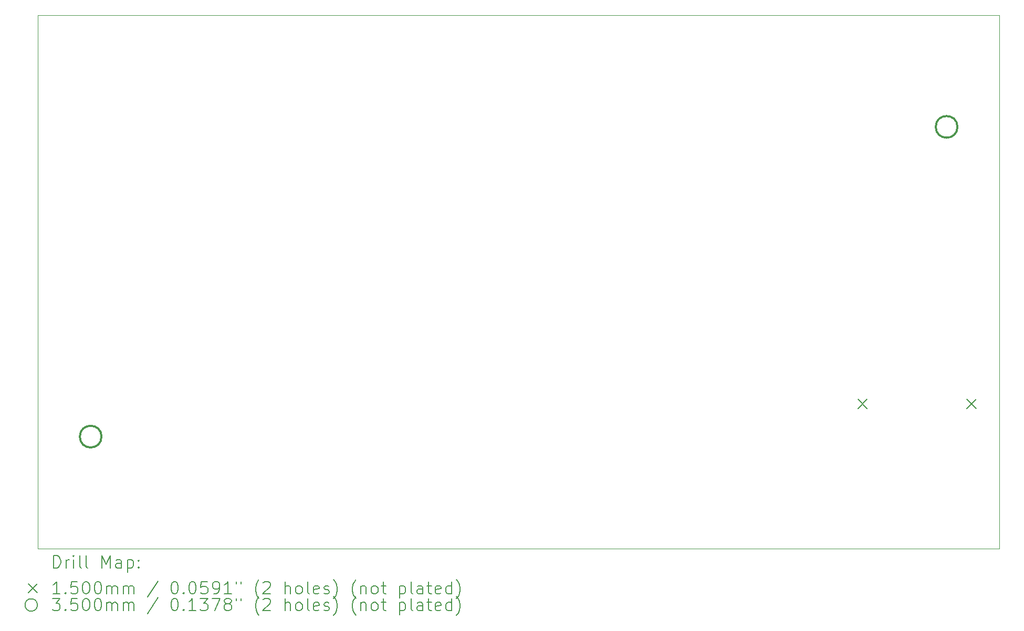
<source format=gbr>
%TF.GenerationSoftware,KiCad,Pcbnew,8.0.8*%
%TF.CreationDate,2025-02-08T12:51:19+01:00*%
%TF.ProjectId,Overlord,4f766572-6c6f-4726-942e-6b696361645f,rev?*%
%TF.SameCoordinates,Original*%
%TF.FileFunction,Drillmap*%
%TF.FilePolarity,Positive*%
%FSLAX45Y45*%
G04 Gerber Fmt 4.5, Leading zero omitted, Abs format (unit mm)*
G04 Created by KiCad (PCBNEW 8.0.8) date 2025-02-08 12:51:19*
%MOMM*%
%LPD*%
G01*
G04 APERTURE LIST*
%ADD10C,0.050000*%
%ADD11C,0.200000*%
%ADD12C,0.150000*%
%ADD13C,0.350000*%
G04 APERTURE END LIST*
D10*
X2540000Y-11150000D02*
X2540000Y-2540000D01*
X2540000Y-2540000D02*
X18050000Y-2540000D01*
X18050000Y-2540000D02*
X18050000Y-11150000D01*
X18050000Y-11150000D02*
X2540000Y-11150000D01*
D11*
D12*
X15765000Y-8743000D02*
X15915000Y-8893000D01*
X15915000Y-8743000D02*
X15765000Y-8893000D01*
X17522000Y-8743000D02*
X17672000Y-8893000D01*
X17672000Y-8743000D02*
X17522000Y-8893000D01*
D13*
X3571000Y-9345000D02*
G75*
G02*
X3221000Y-9345000I-175000J0D01*
G01*
X3221000Y-9345000D02*
G75*
G02*
X3571000Y-9345000I175000J0D01*
G01*
X17371000Y-4345000D02*
G75*
G02*
X17021000Y-4345000I-175000J0D01*
G01*
X17021000Y-4345000D02*
G75*
G02*
X17371000Y-4345000I175000J0D01*
G01*
D11*
X2798277Y-11463984D02*
X2798277Y-11263984D01*
X2798277Y-11263984D02*
X2845896Y-11263984D01*
X2845896Y-11263984D02*
X2874467Y-11273508D01*
X2874467Y-11273508D02*
X2893515Y-11292555D01*
X2893515Y-11292555D02*
X2903039Y-11311603D01*
X2903039Y-11311603D02*
X2912562Y-11349698D01*
X2912562Y-11349698D02*
X2912562Y-11378269D01*
X2912562Y-11378269D02*
X2903039Y-11416365D01*
X2903039Y-11416365D02*
X2893515Y-11435412D01*
X2893515Y-11435412D02*
X2874467Y-11454460D01*
X2874467Y-11454460D02*
X2845896Y-11463984D01*
X2845896Y-11463984D02*
X2798277Y-11463984D01*
X2998277Y-11463984D02*
X2998277Y-11330650D01*
X2998277Y-11368746D02*
X3007801Y-11349698D01*
X3007801Y-11349698D02*
X3017324Y-11340174D01*
X3017324Y-11340174D02*
X3036372Y-11330650D01*
X3036372Y-11330650D02*
X3055420Y-11330650D01*
X3122086Y-11463984D02*
X3122086Y-11330650D01*
X3122086Y-11263984D02*
X3112562Y-11273508D01*
X3112562Y-11273508D02*
X3122086Y-11283031D01*
X3122086Y-11283031D02*
X3131610Y-11273508D01*
X3131610Y-11273508D02*
X3122086Y-11263984D01*
X3122086Y-11263984D02*
X3122086Y-11283031D01*
X3245896Y-11463984D02*
X3226848Y-11454460D01*
X3226848Y-11454460D02*
X3217324Y-11435412D01*
X3217324Y-11435412D02*
X3217324Y-11263984D01*
X3350658Y-11463984D02*
X3331610Y-11454460D01*
X3331610Y-11454460D02*
X3322086Y-11435412D01*
X3322086Y-11435412D02*
X3322086Y-11263984D01*
X3579229Y-11463984D02*
X3579229Y-11263984D01*
X3579229Y-11263984D02*
X3645896Y-11406841D01*
X3645896Y-11406841D02*
X3712562Y-11263984D01*
X3712562Y-11263984D02*
X3712562Y-11463984D01*
X3893515Y-11463984D02*
X3893515Y-11359222D01*
X3893515Y-11359222D02*
X3883991Y-11340174D01*
X3883991Y-11340174D02*
X3864943Y-11330650D01*
X3864943Y-11330650D02*
X3826848Y-11330650D01*
X3826848Y-11330650D02*
X3807801Y-11340174D01*
X3893515Y-11454460D02*
X3874467Y-11463984D01*
X3874467Y-11463984D02*
X3826848Y-11463984D01*
X3826848Y-11463984D02*
X3807801Y-11454460D01*
X3807801Y-11454460D02*
X3798277Y-11435412D01*
X3798277Y-11435412D02*
X3798277Y-11416365D01*
X3798277Y-11416365D02*
X3807801Y-11397317D01*
X3807801Y-11397317D02*
X3826848Y-11387793D01*
X3826848Y-11387793D02*
X3874467Y-11387793D01*
X3874467Y-11387793D02*
X3893515Y-11378269D01*
X3988753Y-11330650D02*
X3988753Y-11530650D01*
X3988753Y-11340174D02*
X4007801Y-11330650D01*
X4007801Y-11330650D02*
X4045896Y-11330650D01*
X4045896Y-11330650D02*
X4064943Y-11340174D01*
X4064943Y-11340174D02*
X4074467Y-11349698D01*
X4074467Y-11349698D02*
X4083991Y-11368746D01*
X4083991Y-11368746D02*
X4083991Y-11425888D01*
X4083991Y-11425888D02*
X4074467Y-11444936D01*
X4074467Y-11444936D02*
X4064943Y-11454460D01*
X4064943Y-11454460D02*
X4045896Y-11463984D01*
X4045896Y-11463984D02*
X4007801Y-11463984D01*
X4007801Y-11463984D02*
X3988753Y-11454460D01*
X4169705Y-11444936D02*
X4179229Y-11454460D01*
X4179229Y-11454460D02*
X4169705Y-11463984D01*
X4169705Y-11463984D02*
X4160182Y-11454460D01*
X4160182Y-11454460D02*
X4169705Y-11444936D01*
X4169705Y-11444936D02*
X4169705Y-11463984D01*
X4169705Y-11340174D02*
X4179229Y-11349698D01*
X4179229Y-11349698D02*
X4169705Y-11359222D01*
X4169705Y-11359222D02*
X4160182Y-11349698D01*
X4160182Y-11349698D02*
X4169705Y-11340174D01*
X4169705Y-11340174D02*
X4169705Y-11359222D01*
D12*
X2387500Y-11717500D02*
X2537500Y-11867500D01*
X2537500Y-11717500D02*
X2387500Y-11867500D01*
D11*
X2903039Y-11883984D02*
X2788753Y-11883984D01*
X2845896Y-11883984D02*
X2845896Y-11683984D01*
X2845896Y-11683984D02*
X2826848Y-11712555D01*
X2826848Y-11712555D02*
X2807801Y-11731603D01*
X2807801Y-11731603D02*
X2788753Y-11741127D01*
X2988753Y-11864936D02*
X2998277Y-11874460D01*
X2998277Y-11874460D02*
X2988753Y-11883984D01*
X2988753Y-11883984D02*
X2979229Y-11874460D01*
X2979229Y-11874460D02*
X2988753Y-11864936D01*
X2988753Y-11864936D02*
X2988753Y-11883984D01*
X3179229Y-11683984D02*
X3083991Y-11683984D01*
X3083991Y-11683984D02*
X3074467Y-11779222D01*
X3074467Y-11779222D02*
X3083991Y-11769698D01*
X3083991Y-11769698D02*
X3103039Y-11760174D01*
X3103039Y-11760174D02*
X3150658Y-11760174D01*
X3150658Y-11760174D02*
X3169705Y-11769698D01*
X3169705Y-11769698D02*
X3179229Y-11779222D01*
X3179229Y-11779222D02*
X3188753Y-11798269D01*
X3188753Y-11798269D02*
X3188753Y-11845888D01*
X3188753Y-11845888D02*
X3179229Y-11864936D01*
X3179229Y-11864936D02*
X3169705Y-11874460D01*
X3169705Y-11874460D02*
X3150658Y-11883984D01*
X3150658Y-11883984D02*
X3103039Y-11883984D01*
X3103039Y-11883984D02*
X3083991Y-11874460D01*
X3083991Y-11874460D02*
X3074467Y-11864936D01*
X3312562Y-11683984D02*
X3331610Y-11683984D01*
X3331610Y-11683984D02*
X3350658Y-11693508D01*
X3350658Y-11693508D02*
X3360182Y-11703031D01*
X3360182Y-11703031D02*
X3369705Y-11722079D01*
X3369705Y-11722079D02*
X3379229Y-11760174D01*
X3379229Y-11760174D02*
X3379229Y-11807793D01*
X3379229Y-11807793D02*
X3369705Y-11845888D01*
X3369705Y-11845888D02*
X3360182Y-11864936D01*
X3360182Y-11864936D02*
X3350658Y-11874460D01*
X3350658Y-11874460D02*
X3331610Y-11883984D01*
X3331610Y-11883984D02*
X3312562Y-11883984D01*
X3312562Y-11883984D02*
X3293515Y-11874460D01*
X3293515Y-11874460D02*
X3283991Y-11864936D01*
X3283991Y-11864936D02*
X3274467Y-11845888D01*
X3274467Y-11845888D02*
X3264943Y-11807793D01*
X3264943Y-11807793D02*
X3264943Y-11760174D01*
X3264943Y-11760174D02*
X3274467Y-11722079D01*
X3274467Y-11722079D02*
X3283991Y-11703031D01*
X3283991Y-11703031D02*
X3293515Y-11693508D01*
X3293515Y-11693508D02*
X3312562Y-11683984D01*
X3503039Y-11683984D02*
X3522086Y-11683984D01*
X3522086Y-11683984D02*
X3541134Y-11693508D01*
X3541134Y-11693508D02*
X3550658Y-11703031D01*
X3550658Y-11703031D02*
X3560182Y-11722079D01*
X3560182Y-11722079D02*
X3569705Y-11760174D01*
X3569705Y-11760174D02*
X3569705Y-11807793D01*
X3569705Y-11807793D02*
X3560182Y-11845888D01*
X3560182Y-11845888D02*
X3550658Y-11864936D01*
X3550658Y-11864936D02*
X3541134Y-11874460D01*
X3541134Y-11874460D02*
X3522086Y-11883984D01*
X3522086Y-11883984D02*
X3503039Y-11883984D01*
X3503039Y-11883984D02*
X3483991Y-11874460D01*
X3483991Y-11874460D02*
X3474467Y-11864936D01*
X3474467Y-11864936D02*
X3464943Y-11845888D01*
X3464943Y-11845888D02*
X3455420Y-11807793D01*
X3455420Y-11807793D02*
X3455420Y-11760174D01*
X3455420Y-11760174D02*
X3464943Y-11722079D01*
X3464943Y-11722079D02*
X3474467Y-11703031D01*
X3474467Y-11703031D02*
X3483991Y-11693508D01*
X3483991Y-11693508D02*
X3503039Y-11683984D01*
X3655420Y-11883984D02*
X3655420Y-11750650D01*
X3655420Y-11769698D02*
X3664943Y-11760174D01*
X3664943Y-11760174D02*
X3683991Y-11750650D01*
X3683991Y-11750650D02*
X3712563Y-11750650D01*
X3712563Y-11750650D02*
X3731610Y-11760174D01*
X3731610Y-11760174D02*
X3741134Y-11779222D01*
X3741134Y-11779222D02*
X3741134Y-11883984D01*
X3741134Y-11779222D02*
X3750658Y-11760174D01*
X3750658Y-11760174D02*
X3769705Y-11750650D01*
X3769705Y-11750650D02*
X3798277Y-11750650D01*
X3798277Y-11750650D02*
X3817324Y-11760174D01*
X3817324Y-11760174D02*
X3826848Y-11779222D01*
X3826848Y-11779222D02*
X3826848Y-11883984D01*
X3922086Y-11883984D02*
X3922086Y-11750650D01*
X3922086Y-11769698D02*
X3931610Y-11760174D01*
X3931610Y-11760174D02*
X3950658Y-11750650D01*
X3950658Y-11750650D02*
X3979229Y-11750650D01*
X3979229Y-11750650D02*
X3998277Y-11760174D01*
X3998277Y-11760174D02*
X4007801Y-11779222D01*
X4007801Y-11779222D02*
X4007801Y-11883984D01*
X4007801Y-11779222D02*
X4017324Y-11760174D01*
X4017324Y-11760174D02*
X4036372Y-11750650D01*
X4036372Y-11750650D02*
X4064943Y-11750650D01*
X4064943Y-11750650D02*
X4083991Y-11760174D01*
X4083991Y-11760174D02*
X4093515Y-11779222D01*
X4093515Y-11779222D02*
X4093515Y-11883984D01*
X4483991Y-11674460D02*
X4312563Y-11931603D01*
X4741134Y-11683984D02*
X4760182Y-11683984D01*
X4760182Y-11683984D02*
X4779229Y-11693508D01*
X4779229Y-11693508D02*
X4788753Y-11703031D01*
X4788753Y-11703031D02*
X4798277Y-11722079D01*
X4798277Y-11722079D02*
X4807801Y-11760174D01*
X4807801Y-11760174D02*
X4807801Y-11807793D01*
X4807801Y-11807793D02*
X4798277Y-11845888D01*
X4798277Y-11845888D02*
X4788753Y-11864936D01*
X4788753Y-11864936D02*
X4779229Y-11874460D01*
X4779229Y-11874460D02*
X4760182Y-11883984D01*
X4760182Y-11883984D02*
X4741134Y-11883984D01*
X4741134Y-11883984D02*
X4722087Y-11874460D01*
X4722087Y-11874460D02*
X4712563Y-11864936D01*
X4712563Y-11864936D02*
X4703039Y-11845888D01*
X4703039Y-11845888D02*
X4693515Y-11807793D01*
X4693515Y-11807793D02*
X4693515Y-11760174D01*
X4693515Y-11760174D02*
X4703039Y-11722079D01*
X4703039Y-11722079D02*
X4712563Y-11703031D01*
X4712563Y-11703031D02*
X4722087Y-11693508D01*
X4722087Y-11693508D02*
X4741134Y-11683984D01*
X4893515Y-11864936D02*
X4903039Y-11874460D01*
X4903039Y-11874460D02*
X4893515Y-11883984D01*
X4893515Y-11883984D02*
X4883991Y-11874460D01*
X4883991Y-11874460D02*
X4893515Y-11864936D01*
X4893515Y-11864936D02*
X4893515Y-11883984D01*
X5026848Y-11683984D02*
X5045896Y-11683984D01*
X5045896Y-11683984D02*
X5064944Y-11693508D01*
X5064944Y-11693508D02*
X5074468Y-11703031D01*
X5074468Y-11703031D02*
X5083991Y-11722079D01*
X5083991Y-11722079D02*
X5093515Y-11760174D01*
X5093515Y-11760174D02*
X5093515Y-11807793D01*
X5093515Y-11807793D02*
X5083991Y-11845888D01*
X5083991Y-11845888D02*
X5074468Y-11864936D01*
X5074468Y-11864936D02*
X5064944Y-11874460D01*
X5064944Y-11874460D02*
X5045896Y-11883984D01*
X5045896Y-11883984D02*
X5026848Y-11883984D01*
X5026848Y-11883984D02*
X5007801Y-11874460D01*
X5007801Y-11874460D02*
X4998277Y-11864936D01*
X4998277Y-11864936D02*
X4988753Y-11845888D01*
X4988753Y-11845888D02*
X4979229Y-11807793D01*
X4979229Y-11807793D02*
X4979229Y-11760174D01*
X4979229Y-11760174D02*
X4988753Y-11722079D01*
X4988753Y-11722079D02*
X4998277Y-11703031D01*
X4998277Y-11703031D02*
X5007801Y-11693508D01*
X5007801Y-11693508D02*
X5026848Y-11683984D01*
X5274468Y-11683984D02*
X5179229Y-11683984D01*
X5179229Y-11683984D02*
X5169706Y-11779222D01*
X5169706Y-11779222D02*
X5179229Y-11769698D01*
X5179229Y-11769698D02*
X5198277Y-11760174D01*
X5198277Y-11760174D02*
X5245896Y-11760174D01*
X5245896Y-11760174D02*
X5264944Y-11769698D01*
X5264944Y-11769698D02*
X5274468Y-11779222D01*
X5274468Y-11779222D02*
X5283991Y-11798269D01*
X5283991Y-11798269D02*
X5283991Y-11845888D01*
X5283991Y-11845888D02*
X5274468Y-11864936D01*
X5274468Y-11864936D02*
X5264944Y-11874460D01*
X5264944Y-11874460D02*
X5245896Y-11883984D01*
X5245896Y-11883984D02*
X5198277Y-11883984D01*
X5198277Y-11883984D02*
X5179229Y-11874460D01*
X5179229Y-11874460D02*
X5169706Y-11864936D01*
X5379229Y-11883984D02*
X5417325Y-11883984D01*
X5417325Y-11883984D02*
X5436372Y-11874460D01*
X5436372Y-11874460D02*
X5445896Y-11864936D01*
X5445896Y-11864936D02*
X5464944Y-11836365D01*
X5464944Y-11836365D02*
X5474468Y-11798269D01*
X5474468Y-11798269D02*
X5474468Y-11722079D01*
X5474468Y-11722079D02*
X5464944Y-11703031D01*
X5464944Y-11703031D02*
X5455420Y-11693508D01*
X5455420Y-11693508D02*
X5436372Y-11683984D01*
X5436372Y-11683984D02*
X5398277Y-11683984D01*
X5398277Y-11683984D02*
X5379229Y-11693508D01*
X5379229Y-11693508D02*
X5369706Y-11703031D01*
X5369706Y-11703031D02*
X5360182Y-11722079D01*
X5360182Y-11722079D02*
X5360182Y-11769698D01*
X5360182Y-11769698D02*
X5369706Y-11788746D01*
X5369706Y-11788746D02*
X5379229Y-11798269D01*
X5379229Y-11798269D02*
X5398277Y-11807793D01*
X5398277Y-11807793D02*
X5436372Y-11807793D01*
X5436372Y-11807793D02*
X5455420Y-11798269D01*
X5455420Y-11798269D02*
X5464944Y-11788746D01*
X5464944Y-11788746D02*
X5474468Y-11769698D01*
X5664944Y-11883984D02*
X5550658Y-11883984D01*
X5607801Y-11883984D02*
X5607801Y-11683984D01*
X5607801Y-11683984D02*
X5588753Y-11712555D01*
X5588753Y-11712555D02*
X5569706Y-11731603D01*
X5569706Y-11731603D02*
X5550658Y-11741127D01*
X5741134Y-11683984D02*
X5741134Y-11722079D01*
X5817325Y-11683984D02*
X5817325Y-11722079D01*
X6112563Y-11960174D02*
X6103039Y-11950650D01*
X6103039Y-11950650D02*
X6083991Y-11922079D01*
X6083991Y-11922079D02*
X6074468Y-11903031D01*
X6074468Y-11903031D02*
X6064944Y-11874460D01*
X6064944Y-11874460D02*
X6055420Y-11826841D01*
X6055420Y-11826841D02*
X6055420Y-11788746D01*
X6055420Y-11788746D02*
X6064944Y-11741127D01*
X6064944Y-11741127D02*
X6074468Y-11712555D01*
X6074468Y-11712555D02*
X6083991Y-11693508D01*
X6083991Y-11693508D02*
X6103039Y-11664936D01*
X6103039Y-11664936D02*
X6112563Y-11655412D01*
X6179229Y-11703031D02*
X6188753Y-11693508D01*
X6188753Y-11693508D02*
X6207801Y-11683984D01*
X6207801Y-11683984D02*
X6255420Y-11683984D01*
X6255420Y-11683984D02*
X6274468Y-11693508D01*
X6274468Y-11693508D02*
X6283991Y-11703031D01*
X6283991Y-11703031D02*
X6293515Y-11722079D01*
X6293515Y-11722079D02*
X6293515Y-11741127D01*
X6293515Y-11741127D02*
X6283991Y-11769698D01*
X6283991Y-11769698D02*
X6169706Y-11883984D01*
X6169706Y-11883984D02*
X6293515Y-11883984D01*
X6531610Y-11883984D02*
X6531610Y-11683984D01*
X6617325Y-11883984D02*
X6617325Y-11779222D01*
X6617325Y-11779222D02*
X6607801Y-11760174D01*
X6607801Y-11760174D02*
X6588753Y-11750650D01*
X6588753Y-11750650D02*
X6560182Y-11750650D01*
X6560182Y-11750650D02*
X6541134Y-11760174D01*
X6541134Y-11760174D02*
X6531610Y-11769698D01*
X6741134Y-11883984D02*
X6722087Y-11874460D01*
X6722087Y-11874460D02*
X6712563Y-11864936D01*
X6712563Y-11864936D02*
X6703039Y-11845888D01*
X6703039Y-11845888D02*
X6703039Y-11788746D01*
X6703039Y-11788746D02*
X6712563Y-11769698D01*
X6712563Y-11769698D02*
X6722087Y-11760174D01*
X6722087Y-11760174D02*
X6741134Y-11750650D01*
X6741134Y-11750650D02*
X6769706Y-11750650D01*
X6769706Y-11750650D02*
X6788753Y-11760174D01*
X6788753Y-11760174D02*
X6798277Y-11769698D01*
X6798277Y-11769698D02*
X6807801Y-11788746D01*
X6807801Y-11788746D02*
X6807801Y-11845888D01*
X6807801Y-11845888D02*
X6798277Y-11864936D01*
X6798277Y-11864936D02*
X6788753Y-11874460D01*
X6788753Y-11874460D02*
X6769706Y-11883984D01*
X6769706Y-11883984D02*
X6741134Y-11883984D01*
X6922087Y-11883984D02*
X6903039Y-11874460D01*
X6903039Y-11874460D02*
X6893515Y-11855412D01*
X6893515Y-11855412D02*
X6893515Y-11683984D01*
X7074468Y-11874460D02*
X7055420Y-11883984D01*
X7055420Y-11883984D02*
X7017325Y-11883984D01*
X7017325Y-11883984D02*
X6998277Y-11874460D01*
X6998277Y-11874460D02*
X6988753Y-11855412D01*
X6988753Y-11855412D02*
X6988753Y-11779222D01*
X6988753Y-11779222D02*
X6998277Y-11760174D01*
X6998277Y-11760174D02*
X7017325Y-11750650D01*
X7017325Y-11750650D02*
X7055420Y-11750650D01*
X7055420Y-11750650D02*
X7074468Y-11760174D01*
X7074468Y-11760174D02*
X7083991Y-11779222D01*
X7083991Y-11779222D02*
X7083991Y-11798269D01*
X7083991Y-11798269D02*
X6988753Y-11817317D01*
X7160182Y-11874460D02*
X7179230Y-11883984D01*
X7179230Y-11883984D02*
X7217325Y-11883984D01*
X7217325Y-11883984D02*
X7236372Y-11874460D01*
X7236372Y-11874460D02*
X7245896Y-11855412D01*
X7245896Y-11855412D02*
X7245896Y-11845888D01*
X7245896Y-11845888D02*
X7236372Y-11826841D01*
X7236372Y-11826841D02*
X7217325Y-11817317D01*
X7217325Y-11817317D02*
X7188753Y-11817317D01*
X7188753Y-11817317D02*
X7169706Y-11807793D01*
X7169706Y-11807793D02*
X7160182Y-11788746D01*
X7160182Y-11788746D02*
X7160182Y-11779222D01*
X7160182Y-11779222D02*
X7169706Y-11760174D01*
X7169706Y-11760174D02*
X7188753Y-11750650D01*
X7188753Y-11750650D02*
X7217325Y-11750650D01*
X7217325Y-11750650D02*
X7236372Y-11760174D01*
X7312563Y-11960174D02*
X7322087Y-11950650D01*
X7322087Y-11950650D02*
X7341134Y-11922079D01*
X7341134Y-11922079D02*
X7350658Y-11903031D01*
X7350658Y-11903031D02*
X7360182Y-11874460D01*
X7360182Y-11874460D02*
X7369706Y-11826841D01*
X7369706Y-11826841D02*
X7369706Y-11788746D01*
X7369706Y-11788746D02*
X7360182Y-11741127D01*
X7360182Y-11741127D02*
X7350658Y-11712555D01*
X7350658Y-11712555D02*
X7341134Y-11693508D01*
X7341134Y-11693508D02*
X7322087Y-11664936D01*
X7322087Y-11664936D02*
X7312563Y-11655412D01*
X7674468Y-11960174D02*
X7664944Y-11950650D01*
X7664944Y-11950650D02*
X7645896Y-11922079D01*
X7645896Y-11922079D02*
X7636372Y-11903031D01*
X7636372Y-11903031D02*
X7626849Y-11874460D01*
X7626849Y-11874460D02*
X7617325Y-11826841D01*
X7617325Y-11826841D02*
X7617325Y-11788746D01*
X7617325Y-11788746D02*
X7626849Y-11741127D01*
X7626849Y-11741127D02*
X7636372Y-11712555D01*
X7636372Y-11712555D02*
X7645896Y-11693508D01*
X7645896Y-11693508D02*
X7664944Y-11664936D01*
X7664944Y-11664936D02*
X7674468Y-11655412D01*
X7750658Y-11750650D02*
X7750658Y-11883984D01*
X7750658Y-11769698D02*
X7760182Y-11760174D01*
X7760182Y-11760174D02*
X7779230Y-11750650D01*
X7779230Y-11750650D02*
X7807801Y-11750650D01*
X7807801Y-11750650D02*
X7826849Y-11760174D01*
X7826849Y-11760174D02*
X7836372Y-11779222D01*
X7836372Y-11779222D02*
X7836372Y-11883984D01*
X7960182Y-11883984D02*
X7941134Y-11874460D01*
X7941134Y-11874460D02*
X7931611Y-11864936D01*
X7931611Y-11864936D02*
X7922087Y-11845888D01*
X7922087Y-11845888D02*
X7922087Y-11788746D01*
X7922087Y-11788746D02*
X7931611Y-11769698D01*
X7931611Y-11769698D02*
X7941134Y-11760174D01*
X7941134Y-11760174D02*
X7960182Y-11750650D01*
X7960182Y-11750650D02*
X7988753Y-11750650D01*
X7988753Y-11750650D02*
X8007801Y-11760174D01*
X8007801Y-11760174D02*
X8017325Y-11769698D01*
X8017325Y-11769698D02*
X8026849Y-11788746D01*
X8026849Y-11788746D02*
X8026849Y-11845888D01*
X8026849Y-11845888D02*
X8017325Y-11864936D01*
X8017325Y-11864936D02*
X8007801Y-11874460D01*
X8007801Y-11874460D02*
X7988753Y-11883984D01*
X7988753Y-11883984D02*
X7960182Y-11883984D01*
X8083992Y-11750650D02*
X8160182Y-11750650D01*
X8112563Y-11683984D02*
X8112563Y-11855412D01*
X8112563Y-11855412D02*
X8122087Y-11874460D01*
X8122087Y-11874460D02*
X8141134Y-11883984D01*
X8141134Y-11883984D02*
X8160182Y-11883984D01*
X8379230Y-11750650D02*
X8379230Y-11950650D01*
X8379230Y-11760174D02*
X8398277Y-11750650D01*
X8398277Y-11750650D02*
X8436373Y-11750650D01*
X8436373Y-11750650D02*
X8455420Y-11760174D01*
X8455420Y-11760174D02*
X8464944Y-11769698D01*
X8464944Y-11769698D02*
X8474468Y-11788746D01*
X8474468Y-11788746D02*
X8474468Y-11845888D01*
X8474468Y-11845888D02*
X8464944Y-11864936D01*
X8464944Y-11864936D02*
X8455420Y-11874460D01*
X8455420Y-11874460D02*
X8436373Y-11883984D01*
X8436373Y-11883984D02*
X8398277Y-11883984D01*
X8398277Y-11883984D02*
X8379230Y-11874460D01*
X8588754Y-11883984D02*
X8569706Y-11874460D01*
X8569706Y-11874460D02*
X8560182Y-11855412D01*
X8560182Y-11855412D02*
X8560182Y-11683984D01*
X8750658Y-11883984D02*
X8750658Y-11779222D01*
X8750658Y-11779222D02*
X8741135Y-11760174D01*
X8741135Y-11760174D02*
X8722087Y-11750650D01*
X8722087Y-11750650D02*
X8683992Y-11750650D01*
X8683992Y-11750650D02*
X8664944Y-11760174D01*
X8750658Y-11874460D02*
X8731611Y-11883984D01*
X8731611Y-11883984D02*
X8683992Y-11883984D01*
X8683992Y-11883984D02*
X8664944Y-11874460D01*
X8664944Y-11874460D02*
X8655420Y-11855412D01*
X8655420Y-11855412D02*
X8655420Y-11836365D01*
X8655420Y-11836365D02*
X8664944Y-11817317D01*
X8664944Y-11817317D02*
X8683992Y-11807793D01*
X8683992Y-11807793D02*
X8731611Y-11807793D01*
X8731611Y-11807793D02*
X8750658Y-11798269D01*
X8817325Y-11750650D02*
X8893515Y-11750650D01*
X8845896Y-11683984D02*
X8845896Y-11855412D01*
X8845896Y-11855412D02*
X8855420Y-11874460D01*
X8855420Y-11874460D02*
X8874468Y-11883984D01*
X8874468Y-11883984D02*
X8893515Y-11883984D01*
X9036373Y-11874460D02*
X9017325Y-11883984D01*
X9017325Y-11883984D02*
X8979230Y-11883984D01*
X8979230Y-11883984D02*
X8960182Y-11874460D01*
X8960182Y-11874460D02*
X8950658Y-11855412D01*
X8950658Y-11855412D02*
X8950658Y-11779222D01*
X8950658Y-11779222D02*
X8960182Y-11760174D01*
X8960182Y-11760174D02*
X8979230Y-11750650D01*
X8979230Y-11750650D02*
X9017325Y-11750650D01*
X9017325Y-11750650D02*
X9036373Y-11760174D01*
X9036373Y-11760174D02*
X9045896Y-11779222D01*
X9045896Y-11779222D02*
X9045896Y-11798269D01*
X9045896Y-11798269D02*
X8950658Y-11817317D01*
X9217325Y-11883984D02*
X9217325Y-11683984D01*
X9217325Y-11874460D02*
X9198277Y-11883984D01*
X9198277Y-11883984D02*
X9160182Y-11883984D01*
X9160182Y-11883984D02*
X9141135Y-11874460D01*
X9141135Y-11874460D02*
X9131611Y-11864936D01*
X9131611Y-11864936D02*
X9122087Y-11845888D01*
X9122087Y-11845888D02*
X9122087Y-11788746D01*
X9122087Y-11788746D02*
X9131611Y-11769698D01*
X9131611Y-11769698D02*
X9141135Y-11760174D01*
X9141135Y-11760174D02*
X9160182Y-11750650D01*
X9160182Y-11750650D02*
X9198277Y-11750650D01*
X9198277Y-11750650D02*
X9217325Y-11760174D01*
X9293516Y-11960174D02*
X9303039Y-11950650D01*
X9303039Y-11950650D02*
X9322087Y-11922079D01*
X9322087Y-11922079D02*
X9331611Y-11903031D01*
X9331611Y-11903031D02*
X9341135Y-11874460D01*
X9341135Y-11874460D02*
X9350658Y-11826841D01*
X9350658Y-11826841D02*
X9350658Y-11788746D01*
X9350658Y-11788746D02*
X9341135Y-11741127D01*
X9341135Y-11741127D02*
X9331611Y-11712555D01*
X9331611Y-11712555D02*
X9322087Y-11693508D01*
X9322087Y-11693508D02*
X9303039Y-11664936D01*
X9303039Y-11664936D02*
X9293516Y-11655412D01*
X2537500Y-12062500D02*
G75*
G02*
X2337500Y-12062500I-100000J0D01*
G01*
X2337500Y-12062500D02*
G75*
G02*
X2537500Y-12062500I100000J0D01*
G01*
X2779229Y-11953984D02*
X2903039Y-11953984D01*
X2903039Y-11953984D02*
X2836372Y-12030174D01*
X2836372Y-12030174D02*
X2864943Y-12030174D01*
X2864943Y-12030174D02*
X2883991Y-12039698D01*
X2883991Y-12039698D02*
X2893515Y-12049222D01*
X2893515Y-12049222D02*
X2903039Y-12068269D01*
X2903039Y-12068269D02*
X2903039Y-12115888D01*
X2903039Y-12115888D02*
X2893515Y-12134936D01*
X2893515Y-12134936D02*
X2883991Y-12144460D01*
X2883991Y-12144460D02*
X2864943Y-12153984D01*
X2864943Y-12153984D02*
X2807801Y-12153984D01*
X2807801Y-12153984D02*
X2788753Y-12144460D01*
X2788753Y-12144460D02*
X2779229Y-12134936D01*
X2988753Y-12134936D02*
X2998277Y-12144460D01*
X2998277Y-12144460D02*
X2988753Y-12153984D01*
X2988753Y-12153984D02*
X2979229Y-12144460D01*
X2979229Y-12144460D02*
X2988753Y-12134936D01*
X2988753Y-12134936D02*
X2988753Y-12153984D01*
X3179229Y-11953984D02*
X3083991Y-11953984D01*
X3083991Y-11953984D02*
X3074467Y-12049222D01*
X3074467Y-12049222D02*
X3083991Y-12039698D01*
X3083991Y-12039698D02*
X3103039Y-12030174D01*
X3103039Y-12030174D02*
X3150658Y-12030174D01*
X3150658Y-12030174D02*
X3169705Y-12039698D01*
X3169705Y-12039698D02*
X3179229Y-12049222D01*
X3179229Y-12049222D02*
X3188753Y-12068269D01*
X3188753Y-12068269D02*
X3188753Y-12115888D01*
X3188753Y-12115888D02*
X3179229Y-12134936D01*
X3179229Y-12134936D02*
X3169705Y-12144460D01*
X3169705Y-12144460D02*
X3150658Y-12153984D01*
X3150658Y-12153984D02*
X3103039Y-12153984D01*
X3103039Y-12153984D02*
X3083991Y-12144460D01*
X3083991Y-12144460D02*
X3074467Y-12134936D01*
X3312562Y-11953984D02*
X3331610Y-11953984D01*
X3331610Y-11953984D02*
X3350658Y-11963508D01*
X3350658Y-11963508D02*
X3360182Y-11973031D01*
X3360182Y-11973031D02*
X3369705Y-11992079D01*
X3369705Y-11992079D02*
X3379229Y-12030174D01*
X3379229Y-12030174D02*
X3379229Y-12077793D01*
X3379229Y-12077793D02*
X3369705Y-12115888D01*
X3369705Y-12115888D02*
X3360182Y-12134936D01*
X3360182Y-12134936D02*
X3350658Y-12144460D01*
X3350658Y-12144460D02*
X3331610Y-12153984D01*
X3331610Y-12153984D02*
X3312562Y-12153984D01*
X3312562Y-12153984D02*
X3293515Y-12144460D01*
X3293515Y-12144460D02*
X3283991Y-12134936D01*
X3283991Y-12134936D02*
X3274467Y-12115888D01*
X3274467Y-12115888D02*
X3264943Y-12077793D01*
X3264943Y-12077793D02*
X3264943Y-12030174D01*
X3264943Y-12030174D02*
X3274467Y-11992079D01*
X3274467Y-11992079D02*
X3283991Y-11973031D01*
X3283991Y-11973031D02*
X3293515Y-11963508D01*
X3293515Y-11963508D02*
X3312562Y-11953984D01*
X3503039Y-11953984D02*
X3522086Y-11953984D01*
X3522086Y-11953984D02*
X3541134Y-11963508D01*
X3541134Y-11963508D02*
X3550658Y-11973031D01*
X3550658Y-11973031D02*
X3560182Y-11992079D01*
X3560182Y-11992079D02*
X3569705Y-12030174D01*
X3569705Y-12030174D02*
X3569705Y-12077793D01*
X3569705Y-12077793D02*
X3560182Y-12115888D01*
X3560182Y-12115888D02*
X3550658Y-12134936D01*
X3550658Y-12134936D02*
X3541134Y-12144460D01*
X3541134Y-12144460D02*
X3522086Y-12153984D01*
X3522086Y-12153984D02*
X3503039Y-12153984D01*
X3503039Y-12153984D02*
X3483991Y-12144460D01*
X3483991Y-12144460D02*
X3474467Y-12134936D01*
X3474467Y-12134936D02*
X3464943Y-12115888D01*
X3464943Y-12115888D02*
X3455420Y-12077793D01*
X3455420Y-12077793D02*
X3455420Y-12030174D01*
X3455420Y-12030174D02*
X3464943Y-11992079D01*
X3464943Y-11992079D02*
X3474467Y-11973031D01*
X3474467Y-11973031D02*
X3483991Y-11963508D01*
X3483991Y-11963508D02*
X3503039Y-11953984D01*
X3655420Y-12153984D02*
X3655420Y-12020650D01*
X3655420Y-12039698D02*
X3664943Y-12030174D01*
X3664943Y-12030174D02*
X3683991Y-12020650D01*
X3683991Y-12020650D02*
X3712563Y-12020650D01*
X3712563Y-12020650D02*
X3731610Y-12030174D01*
X3731610Y-12030174D02*
X3741134Y-12049222D01*
X3741134Y-12049222D02*
X3741134Y-12153984D01*
X3741134Y-12049222D02*
X3750658Y-12030174D01*
X3750658Y-12030174D02*
X3769705Y-12020650D01*
X3769705Y-12020650D02*
X3798277Y-12020650D01*
X3798277Y-12020650D02*
X3817324Y-12030174D01*
X3817324Y-12030174D02*
X3826848Y-12049222D01*
X3826848Y-12049222D02*
X3826848Y-12153984D01*
X3922086Y-12153984D02*
X3922086Y-12020650D01*
X3922086Y-12039698D02*
X3931610Y-12030174D01*
X3931610Y-12030174D02*
X3950658Y-12020650D01*
X3950658Y-12020650D02*
X3979229Y-12020650D01*
X3979229Y-12020650D02*
X3998277Y-12030174D01*
X3998277Y-12030174D02*
X4007801Y-12049222D01*
X4007801Y-12049222D02*
X4007801Y-12153984D01*
X4007801Y-12049222D02*
X4017324Y-12030174D01*
X4017324Y-12030174D02*
X4036372Y-12020650D01*
X4036372Y-12020650D02*
X4064943Y-12020650D01*
X4064943Y-12020650D02*
X4083991Y-12030174D01*
X4083991Y-12030174D02*
X4093515Y-12049222D01*
X4093515Y-12049222D02*
X4093515Y-12153984D01*
X4483991Y-11944460D02*
X4312563Y-12201603D01*
X4741134Y-11953984D02*
X4760182Y-11953984D01*
X4760182Y-11953984D02*
X4779229Y-11963508D01*
X4779229Y-11963508D02*
X4788753Y-11973031D01*
X4788753Y-11973031D02*
X4798277Y-11992079D01*
X4798277Y-11992079D02*
X4807801Y-12030174D01*
X4807801Y-12030174D02*
X4807801Y-12077793D01*
X4807801Y-12077793D02*
X4798277Y-12115888D01*
X4798277Y-12115888D02*
X4788753Y-12134936D01*
X4788753Y-12134936D02*
X4779229Y-12144460D01*
X4779229Y-12144460D02*
X4760182Y-12153984D01*
X4760182Y-12153984D02*
X4741134Y-12153984D01*
X4741134Y-12153984D02*
X4722087Y-12144460D01*
X4722087Y-12144460D02*
X4712563Y-12134936D01*
X4712563Y-12134936D02*
X4703039Y-12115888D01*
X4703039Y-12115888D02*
X4693515Y-12077793D01*
X4693515Y-12077793D02*
X4693515Y-12030174D01*
X4693515Y-12030174D02*
X4703039Y-11992079D01*
X4703039Y-11992079D02*
X4712563Y-11973031D01*
X4712563Y-11973031D02*
X4722087Y-11963508D01*
X4722087Y-11963508D02*
X4741134Y-11953984D01*
X4893515Y-12134936D02*
X4903039Y-12144460D01*
X4903039Y-12144460D02*
X4893515Y-12153984D01*
X4893515Y-12153984D02*
X4883991Y-12144460D01*
X4883991Y-12144460D02*
X4893515Y-12134936D01*
X4893515Y-12134936D02*
X4893515Y-12153984D01*
X5093515Y-12153984D02*
X4979229Y-12153984D01*
X5036372Y-12153984D02*
X5036372Y-11953984D01*
X5036372Y-11953984D02*
X5017325Y-11982555D01*
X5017325Y-11982555D02*
X4998277Y-12001603D01*
X4998277Y-12001603D02*
X4979229Y-12011127D01*
X5160182Y-11953984D02*
X5283991Y-11953984D01*
X5283991Y-11953984D02*
X5217325Y-12030174D01*
X5217325Y-12030174D02*
X5245896Y-12030174D01*
X5245896Y-12030174D02*
X5264944Y-12039698D01*
X5264944Y-12039698D02*
X5274468Y-12049222D01*
X5274468Y-12049222D02*
X5283991Y-12068269D01*
X5283991Y-12068269D02*
X5283991Y-12115888D01*
X5283991Y-12115888D02*
X5274468Y-12134936D01*
X5274468Y-12134936D02*
X5264944Y-12144460D01*
X5264944Y-12144460D02*
X5245896Y-12153984D01*
X5245896Y-12153984D02*
X5188753Y-12153984D01*
X5188753Y-12153984D02*
X5169706Y-12144460D01*
X5169706Y-12144460D02*
X5160182Y-12134936D01*
X5350658Y-11953984D02*
X5483991Y-11953984D01*
X5483991Y-11953984D02*
X5398277Y-12153984D01*
X5588753Y-12039698D02*
X5569706Y-12030174D01*
X5569706Y-12030174D02*
X5560182Y-12020650D01*
X5560182Y-12020650D02*
X5550658Y-12001603D01*
X5550658Y-12001603D02*
X5550658Y-11992079D01*
X5550658Y-11992079D02*
X5560182Y-11973031D01*
X5560182Y-11973031D02*
X5569706Y-11963508D01*
X5569706Y-11963508D02*
X5588753Y-11953984D01*
X5588753Y-11953984D02*
X5626848Y-11953984D01*
X5626848Y-11953984D02*
X5645896Y-11963508D01*
X5645896Y-11963508D02*
X5655420Y-11973031D01*
X5655420Y-11973031D02*
X5664944Y-11992079D01*
X5664944Y-11992079D02*
X5664944Y-12001603D01*
X5664944Y-12001603D02*
X5655420Y-12020650D01*
X5655420Y-12020650D02*
X5645896Y-12030174D01*
X5645896Y-12030174D02*
X5626848Y-12039698D01*
X5626848Y-12039698D02*
X5588753Y-12039698D01*
X5588753Y-12039698D02*
X5569706Y-12049222D01*
X5569706Y-12049222D02*
X5560182Y-12058746D01*
X5560182Y-12058746D02*
X5550658Y-12077793D01*
X5550658Y-12077793D02*
X5550658Y-12115888D01*
X5550658Y-12115888D02*
X5560182Y-12134936D01*
X5560182Y-12134936D02*
X5569706Y-12144460D01*
X5569706Y-12144460D02*
X5588753Y-12153984D01*
X5588753Y-12153984D02*
X5626848Y-12153984D01*
X5626848Y-12153984D02*
X5645896Y-12144460D01*
X5645896Y-12144460D02*
X5655420Y-12134936D01*
X5655420Y-12134936D02*
X5664944Y-12115888D01*
X5664944Y-12115888D02*
X5664944Y-12077793D01*
X5664944Y-12077793D02*
X5655420Y-12058746D01*
X5655420Y-12058746D02*
X5645896Y-12049222D01*
X5645896Y-12049222D02*
X5626848Y-12039698D01*
X5741134Y-11953984D02*
X5741134Y-11992079D01*
X5817325Y-11953984D02*
X5817325Y-11992079D01*
X6112563Y-12230174D02*
X6103039Y-12220650D01*
X6103039Y-12220650D02*
X6083991Y-12192079D01*
X6083991Y-12192079D02*
X6074468Y-12173031D01*
X6074468Y-12173031D02*
X6064944Y-12144460D01*
X6064944Y-12144460D02*
X6055420Y-12096841D01*
X6055420Y-12096841D02*
X6055420Y-12058746D01*
X6055420Y-12058746D02*
X6064944Y-12011127D01*
X6064944Y-12011127D02*
X6074468Y-11982555D01*
X6074468Y-11982555D02*
X6083991Y-11963508D01*
X6083991Y-11963508D02*
X6103039Y-11934936D01*
X6103039Y-11934936D02*
X6112563Y-11925412D01*
X6179229Y-11973031D02*
X6188753Y-11963508D01*
X6188753Y-11963508D02*
X6207801Y-11953984D01*
X6207801Y-11953984D02*
X6255420Y-11953984D01*
X6255420Y-11953984D02*
X6274468Y-11963508D01*
X6274468Y-11963508D02*
X6283991Y-11973031D01*
X6283991Y-11973031D02*
X6293515Y-11992079D01*
X6293515Y-11992079D02*
X6293515Y-12011127D01*
X6293515Y-12011127D02*
X6283991Y-12039698D01*
X6283991Y-12039698D02*
X6169706Y-12153984D01*
X6169706Y-12153984D02*
X6293515Y-12153984D01*
X6531610Y-12153984D02*
X6531610Y-11953984D01*
X6617325Y-12153984D02*
X6617325Y-12049222D01*
X6617325Y-12049222D02*
X6607801Y-12030174D01*
X6607801Y-12030174D02*
X6588753Y-12020650D01*
X6588753Y-12020650D02*
X6560182Y-12020650D01*
X6560182Y-12020650D02*
X6541134Y-12030174D01*
X6541134Y-12030174D02*
X6531610Y-12039698D01*
X6741134Y-12153984D02*
X6722087Y-12144460D01*
X6722087Y-12144460D02*
X6712563Y-12134936D01*
X6712563Y-12134936D02*
X6703039Y-12115888D01*
X6703039Y-12115888D02*
X6703039Y-12058746D01*
X6703039Y-12058746D02*
X6712563Y-12039698D01*
X6712563Y-12039698D02*
X6722087Y-12030174D01*
X6722087Y-12030174D02*
X6741134Y-12020650D01*
X6741134Y-12020650D02*
X6769706Y-12020650D01*
X6769706Y-12020650D02*
X6788753Y-12030174D01*
X6788753Y-12030174D02*
X6798277Y-12039698D01*
X6798277Y-12039698D02*
X6807801Y-12058746D01*
X6807801Y-12058746D02*
X6807801Y-12115888D01*
X6807801Y-12115888D02*
X6798277Y-12134936D01*
X6798277Y-12134936D02*
X6788753Y-12144460D01*
X6788753Y-12144460D02*
X6769706Y-12153984D01*
X6769706Y-12153984D02*
X6741134Y-12153984D01*
X6922087Y-12153984D02*
X6903039Y-12144460D01*
X6903039Y-12144460D02*
X6893515Y-12125412D01*
X6893515Y-12125412D02*
X6893515Y-11953984D01*
X7074468Y-12144460D02*
X7055420Y-12153984D01*
X7055420Y-12153984D02*
X7017325Y-12153984D01*
X7017325Y-12153984D02*
X6998277Y-12144460D01*
X6998277Y-12144460D02*
X6988753Y-12125412D01*
X6988753Y-12125412D02*
X6988753Y-12049222D01*
X6988753Y-12049222D02*
X6998277Y-12030174D01*
X6998277Y-12030174D02*
X7017325Y-12020650D01*
X7017325Y-12020650D02*
X7055420Y-12020650D01*
X7055420Y-12020650D02*
X7074468Y-12030174D01*
X7074468Y-12030174D02*
X7083991Y-12049222D01*
X7083991Y-12049222D02*
X7083991Y-12068269D01*
X7083991Y-12068269D02*
X6988753Y-12087317D01*
X7160182Y-12144460D02*
X7179230Y-12153984D01*
X7179230Y-12153984D02*
X7217325Y-12153984D01*
X7217325Y-12153984D02*
X7236372Y-12144460D01*
X7236372Y-12144460D02*
X7245896Y-12125412D01*
X7245896Y-12125412D02*
X7245896Y-12115888D01*
X7245896Y-12115888D02*
X7236372Y-12096841D01*
X7236372Y-12096841D02*
X7217325Y-12087317D01*
X7217325Y-12087317D02*
X7188753Y-12087317D01*
X7188753Y-12087317D02*
X7169706Y-12077793D01*
X7169706Y-12077793D02*
X7160182Y-12058746D01*
X7160182Y-12058746D02*
X7160182Y-12049222D01*
X7160182Y-12049222D02*
X7169706Y-12030174D01*
X7169706Y-12030174D02*
X7188753Y-12020650D01*
X7188753Y-12020650D02*
X7217325Y-12020650D01*
X7217325Y-12020650D02*
X7236372Y-12030174D01*
X7312563Y-12230174D02*
X7322087Y-12220650D01*
X7322087Y-12220650D02*
X7341134Y-12192079D01*
X7341134Y-12192079D02*
X7350658Y-12173031D01*
X7350658Y-12173031D02*
X7360182Y-12144460D01*
X7360182Y-12144460D02*
X7369706Y-12096841D01*
X7369706Y-12096841D02*
X7369706Y-12058746D01*
X7369706Y-12058746D02*
X7360182Y-12011127D01*
X7360182Y-12011127D02*
X7350658Y-11982555D01*
X7350658Y-11982555D02*
X7341134Y-11963508D01*
X7341134Y-11963508D02*
X7322087Y-11934936D01*
X7322087Y-11934936D02*
X7312563Y-11925412D01*
X7674468Y-12230174D02*
X7664944Y-12220650D01*
X7664944Y-12220650D02*
X7645896Y-12192079D01*
X7645896Y-12192079D02*
X7636372Y-12173031D01*
X7636372Y-12173031D02*
X7626849Y-12144460D01*
X7626849Y-12144460D02*
X7617325Y-12096841D01*
X7617325Y-12096841D02*
X7617325Y-12058746D01*
X7617325Y-12058746D02*
X7626849Y-12011127D01*
X7626849Y-12011127D02*
X7636372Y-11982555D01*
X7636372Y-11982555D02*
X7645896Y-11963508D01*
X7645896Y-11963508D02*
X7664944Y-11934936D01*
X7664944Y-11934936D02*
X7674468Y-11925412D01*
X7750658Y-12020650D02*
X7750658Y-12153984D01*
X7750658Y-12039698D02*
X7760182Y-12030174D01*
X7760182Y-12030174D02*
X7779230Y-12020650D01*
X7779230Y-12020650D02*
X7807801Y-12020650D01*
X7807801Y-12020650D02*
X7826849Y-12030174D01*
X7826849Y-12030174D02*
X7836372Y-12049222D01*
X7836372Y-12049222D02*
X7836372Y-12153984D01*
X7960182Y-12153984D02*
X7941134Y-12144460D01*
X7941134Y-12144460D02*
X7931611Y-12134936D01*
X7931611Y-12134936D02*
X7922087Y-12115888D01*
X7922087Y-12115888D02*
X7922087Y-12058746D01*
X7922087Y-12058746D02*
X7931611Y-12039698D01*
X7931611Y-12039698D02*
X7941134Y-12030174D01*
X7941134Y-12030174D02*
X7960182Y-12020650D01*
X7960182Y-12020650D02*
X7988753Y-12020650D01*
X7988753Y-12020650D02*
X8007801Y-12030174D01*
X8007801Y-12030174D02*
X8017325Y-12039698D01*
X8017325Y-12039698D02*
X8026849Y-12058746D01*
X8026849Y-12058746D02*
X8026849Y-12115888D01*
X8026849Y-12115888D02*
X8017325Y-12134936D01*
X8017325Y-12134936D02*
X8007801Y-12144460D01*
X8007801Y-12144460D02*
X7988753Y-12153984D01*
X7988753Y-12153984D02*
X7960182Y-12153984D01*
X8083992Y-12020650D02*
X8160182Y-12020650D01*
X8112563Y-11953984D02*
X8112563Y-12125412D01*
X8112563Y-12125412D02*
X8122087Y-12144460D01*
X8122087Y-12144460D02*
X8141134Y-12153984D01*
X8141134Y-12153984D02*
X8160182Y-12153984D01*
X8379230Y-12020650D02*
X8379230Y-12220650D01*
X8379230Y-12030174D02*
X8398277Y-12020650D01*
X8398277Y-12020650D02*
X8436373Y-12020650D01*
X8436373Y-12020650D02*
X8455420Y-12030174D01*
X8455420Y-12030174D02*
X8464944Y-12039698D01*
X8464944Y-12039698D02*
X8474468Y-12058746D01*
X8474468Y-12058746D02*
X8474468Y-12115888D01*
X8474468Y-12115888D02*
X8464944Y-12134936D01*
X8464944Y-12134936D02*
X8455420Y-12144460D01*
X8455420Y-12144460D02*
X8436373Y-12153984D01*
X8436373Y-12153984D02*
X8398277Y-12153984D01*
X8398277Y-12153984D02*
X8379230Y-12144460D01*
X8588754Y-12153984D02*
X8569706Y-12144460D01*
X8569706Y-12144460D02*
X8560182Y-12125412D01*
X8560182Y-12125412D02*
X8560182Y-11953984D01*
X8750658Y-12153984D02*
X8750658Y-12049222D01*
X8750658Y-12049222D02*
X8741135Y-12030174D01*
X8741135Y-12030174D02*
X8722087Y-12020650D01*
X8722087Y-12020650D02*
X8683992Y-12020650D01*
X8683992Y-12020650D02*
X8664944Y-12030174D01*
X8750658Y-12144460D02*
X8731611Y-12153984D01*
X8731611Y-12153984D02*
X8683992Y-12153984D01*
X8683992Y-12153984D02*
X8664944Y-12144460D01*
X8664944Y-12144460D02*
X8655420Y-12125412D01*
X8655420Y-12125412D02*
X8655420Y-12106365D01*
X8655420Y-12106365D02*
X8664944Y-12087317D01*
X8664944Y-12087317D02*
X8683992Y-12077793D01*
X8683992Y-12077793D02*
X8731611Y-12077793D01*
X8731611Y-12077793D02*
X8750658Y-12068269D01*
X8817325Y-12020650D02*
X8893515Y-12020650D01*
X8845896Y-11953984D02*
X8845896Y-12125412D01*
X8845896Y-12125412D02*
X8855420Y-12144460D01*
X8855420Y-12144460D02*
X8874468Y-12153984D01*
X8874468Y-12153984D02*
X8893515Y-12153984D01*
X9036373Y-12144460D02*
X9017325Y-12153984D01*
X9017325Y-12153984D02*
X8979230Y-12153984D01*
X8979230Y-12153984D02*
X8960182Y-12144460D01*
X8960182Y-12144460D02*
X8950658Y-12125412D01*
X8950658Y-12125412D02*
X8950658Y-12049222D01*
X8950658Y-12049222D02*
X8960182Y-12030174D01*
X8960182Y-12030174D02*
X8979230Y-12020650D01*
X8979230Y-12020650D02*
X9017325Y-12020650D01*
X9017325Y-12020650D02*
X9036373Y-12030174D01*
X9036373Y-12030174D02*
X9045896Y-12049222D01*
X9045896Y-12049222D02*
X9045896Y-12068269D01*
X9045896Y-12068269D02*
X8950658Y-12087317D01*
X9217325Y-12153984D02*
X9217325Y-11953984D01*
X9217325Y-12144460D02*
X9198277Y-12153984D01*
X9198277Y-12153984D02*
X9160182Y-12153984D01*
X9160182Y-12153984D02*
X9141135Y-12144460D01*
X9141135Y-12144460D02*
X9131611Y-12134936D01*
X9131611Y-12134936D02*
X9122087Y-12115888D01*
X9122087Y-12115888D02*
X9122087Y-12058746D01*
X9122087Y-12058746D02*
X9131611Y-12039698D01*
X9131611Y-12039698D02*
X9141135Y-12030174D01*
X9141135Y-12030174D02*
X9160182Y-12020650D01*
X9160182Y-12020650D02*
X9198277Y-12020650D01*
X9198277Y-12020650D02*
X9217325Y-12030174D01*
X9293516Y-12230174D02*
X9303039Y-12220650D01*
X9303039Y-12220650D02*
X9322087Y-12192079D01*
X9322087Y-12192079D02*
X9331611Y-12173031D01*
X9331611Y-12173031D02*
X9341135Y-12144460D01*
X9341135Y-12144460D02*
X9350658Y-12096841D01*
X9350658Y-12096841D02*
X9350658Y-12058746D01*
X9350658Y-12058746D02*
X9341135Y-12011127D01*
X9341135Y-12011127D02*
X9331611Y-11982555D01*
X9331611Y-11982555D02*
X9322087Y-11963508D01*
X9322087Y-11963508D02*
X9303039Y-11934936D01*
X9303039Y-11934936D02*
X9293516Y-11925412D01*
M02*

</source>
